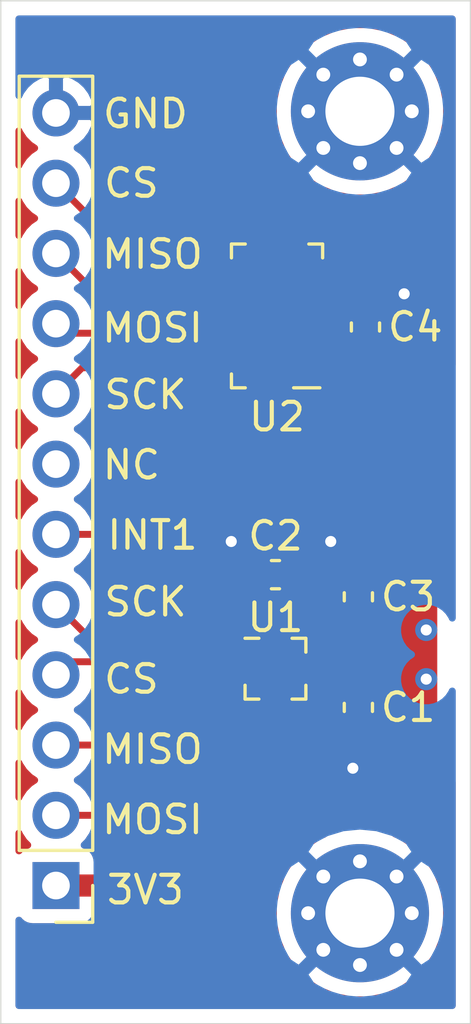
<source format=kicad_pcb>
(kicad_pcb (version 20171130) (host pcbnew "(5.1.6)-1")

  (general
    (thickness 1.6)
    (drawings 16)
    (tracks 66)
    (zones 0)
    (modules 9)
    (nets 12)
  )

  (page A4)
  (layers
    (0 F.Cu signal)
    (31 B.Cu power)
    (32 B.Adhes user)
    (33 F.Adhes user)
    (34 B.Paste user)
    (35 F.Paste user)
    (36 B.SilkS user)
    (37 F.SilkS user)
    (38 B.Mask user)
    (39 F.Mask user)
    (40 Dwgs.User user)
    (41 Cmts.User user)
    (42 Eco1.User user)
    (43 Eco2.User user)
    (44 Edge.Cuts user)
    (45 Margin user)
    (46 B.CrtYd user)
    (47 F.CrtYd user)
    (48 B.Fab user)
    (49 F.Fab user hide)
  )

  (setup
    (last_trace_width 0.8)
    (user_trace_width 0.8)
    (trace_clearance 0.2)
    (zone_clearance 0.508)
    (zone_45_only no)
    (trace_min 0.2)
    (via_size 0.8)
    (via_drill 0.4)
    (via_min_size 0.4)
    (via_min_drill 0.3)
    (uvia_size 0.3)
    (uvia_drill 0.1)
    (uvias_allowed no)
    (uvia_min_size 0.2)
    (uvia_min_drill 0.1)
    (edge_width 0.05)
    (segment_width 0.2)
    (pcb_text_width 0.3)
    (pcb_text_size 1.5 1.5)
    (mod_edge_width 0.12)
    (mod_text_size 1 1)
    (mod_text_width 0.15)
    (pad_size 1.524 1.524)
    (pad_drill 0.762)
    (pad_to_mask_clearance 0.05)
    (aux_axis_origin 0 0)
    (visible_elements 7FFFFFFF)
    (pcbplotparams
      (layerselection 0x010fc_ffffffff)
      (usegerberextensions false)
      (usegerberattributes true)
      (usegerberadvancedattributes true)
      (creategerberjobfile true)
      (excludeedgelayer true)
      (linewidth 0.100000)
      (plotframeref false)
      (viasonmask false)
      (mode 1)
      (useauxorigin false)
      (hpglpennumber 1)
      (hpglpenspeed 20)
      (hpglpendiameter 15.000000)
      (psnegative false)
      (psa4output false)
      (plotreference true)
      (plotvalue true)
      (plotinvisibletext false)
      (padsonsilk false)
      (subtractmaskfromsilk false)
      (outputformat 1)
      (mirror false)
      (drillshape 1)
      (scaleselection 1)
      (outputdirectory ""))
  )

  (net 0 "")
  (net 1 GND)
  (net 2 +3V3)
  (net 3 INT1)
  (net 4 ACC_SCK)
  (net 5 ACC_MISO)
  (net 6 ACC_MOSI)
  (net 7 ACC_CS)
  (net 8 BAR_CS)
  (net 9 BAR_SCK)
  (net 10 BAR_MOSI)
  (net 11 BAR_MISO)

  (net_class Default "This is the default net class."
    (clearance 0.2)
    (trace_width 0.25)
    (via_dia 0.8)
    (via_drill 0.4)
    (uvia_dia 0.3)
    (uvia_drill 0.1)
    (add_net +3V3)
    (add_net ACC_CS)
    (add_net ACC_MISO)
    (add_net ACC_MOSI)
    (add_net ACC_SCK)
    (add_net BAR_CS)
    (add_net BAR_MISO)
    (add_net BAR_MOSI)
    (add_net BAR_SCK)
    (add_net GND)
    (add_net INT1)
  )

  (module Connector_PinHeader_2.54mm:PinHeader_1x12_P2.54mm_Vertical (layer F.Cu) (tedit 59FED5CC) (tstamp 621C9035)
    (at 123 105 180)
    (descr "Through hole straight pin header, 1x12, 2.54mm pitch, single row")
    (tags "Through hole pin header THT 1x12 2.54mm single row")
    (path /621C38AD)
    (fp_text reference J1 (at 0 -2.33) (layer F.Fab)
      (effects (font (size 1 1) (thickness 0.15)))
    )
    (fp_text value Conn_01x12 (at 0 30.27) (layer F.Fab)
      (effects (font (size 1 1) (thickness 0.15)))
    )
    (fp_text user %R (at 0 13.97 90) (layer F.Fab)
      (effects (font (size 1 1) (thickness 0.15)))
    )
    (fp_line (start -0.635 -1.27) (end 1.27 -1.27) (layer F.Fab) (width 0.1))
    (fp_line (start 1.27 -1.27) (end 1.27 29.21) (layer F.Fab) (width 0.1))
    (fp_line (start 1.27 29.21) (end -1.27 29.21) (layer F.Fab) (width 0.1))
    (fp_line (start -1.27 29.21) (end -1.27 -0.635) (layer F.Fab) (width 0.1))
    (fp_line (start -1.27 -0.635) (end -0.635 -1.27) (layer F.Fab) (width 0.1))
    (fp_line (start -1.33 29.27) (end 1.33 29.27) (layer F.SilkS) (width 0.12))
    (fp_line (start -1.33 1.27) (end -1.33 29.27) (layer F.SilkS) (width 0.12))
    (fp_line (start 1.33 1.27) (end 1.33 29.27) (layer F.SilkS) (width 0.12))
    (fp_line (start -1.33 1.27) (end 1.33 1.27) (layer F.SilkS) (width 0.12))
    (fp_line (start -1.33 0) (end -1.33 -1.33) (layer F.SilkS) (width 0.12))
    (fp_line (start -1.33 -1.33) (end 0 -1.33) (layer F.SilkS) (width 0.12))
    (fp_line (start -1.8 -1.8) (end -1.8 29.75) (layer F.CrtYd) (width 0.05))
    (fp_line (start -1.8 29.75) (end 1.8 29.75) (layer F.CrtYd) (width 0.05))
    (fp_line (start 1.8 29.75) (end 1.8 -1.8) (layer F.CrtYd) (width 0.05))
    (fp_line (start 1.8 -1.8) (end -1.8 -1.8) (layer F.CrtYd) (width 0.05))
    (pad 12 thru_hole oval (at 0 27.94 180) (size 1.7 1.7) (drill 1) (layers *.Cu *.Mask)
      (net 1 GND))
    (pad 11 thru_hole oval (at 0 25.4 180) (size 1.7 1.7) (drill 1) (layers *.Cu *.Mask)
      (net 8 BAR_CS))
    (pad 10 thru_hole oval (at 0 22.86 180) (size 1.7 1.7) (drill 1) (layers *.Cu *.Mask)
      (net 11 BAR_MISO))
    (pad 9 thru_hole oval (at 0 20.32 180) (size 1.7 1.7) (drill 1) (layers *.Cu *.Mask)
      (net 10 BAR_MOSI))
    (pad 8 thru_hole oval (at 0 17.78 180) (size 1.7 1.7) (drill 1) (layers *.Cu *.Mask)
      (net 9 BAR_SCK))
    (pad 7 thru_hole oval (at 0 15.24 180) (size 1.7 1.7) (drill 1) (layers *.Cu *.Mask))
    (pad 6 thru_hole oval (at 0 12.7 180) (size 1.7 1.7) (drill 1) (layers *.Cu *.Mask)
      (net 3 INT1))
    (pad 5 thru_hole oval (at 0 10.16 180) (size 1.7 1.7) (drill 1) (layers *.Cu *.Mask)
      (net 4 ACC_SCK))
    (pad 4 thru_hole oval (at 0 7.62 180) (size 1.7 1.7) (drill 1) (layers *.Cu *.Mask)
      (net 7 ACC_CS))
    (pad 3 thru_hole oval (at 0 5.08 180) (size 1.7 1.7) (drill 1) (layers *.Cu *.Mask)
      (net 5 ACC_MISO))
    (pad 2 thru_hole oval (at 0 2.54 180) (size 1.7 1.7) (drill 1) (layers *.Cu *.Mask)
      (net 6 ACC_MOSI))
    (pad 1 thru_hole rect (at 0 0 180) (size 1.7 1.7) (drill 1) (layers *.Cu *.Mask)
      (net 2 +3V3))
    (model ${KISYS3DMOD}/Connector_PinHeader_2.54mm.3dshapes/PinHeader_1x12_P2.54mm_Vertical.wrl
      (at (xyz 0 0 0))
      (scale (xyz 1 1 1))
      (rotate (xyz 0 0 0))
    )
  )

  (module MountingHole:MountingHole_2.5mm_Pad_Via (layer F.Cu) (tedit 56DDBAEA) (tstamp 6215C09D)
    (at 134 77)
    (descr "Mounting Hole 2.5mm")
    (tags "mounting hole 2.5mm")
    (path /62165E31)
    (attr virtual)
    (fp_text reference H2 (at 0 -3.5) (layer F.Fab)
      (effects (font (size 1 1) (thickness 0.15)))
    )
    (fp_text value MountingHole_Pad (at 0 3.5) (layer F.Fab)
      (effects (font (size 1 1) (thickness 0.15)))
    )
    (fp_circle (center 0 0) (end 2.75 0) (layer F.CrtYd) (width 0.05))
    (fp_circle (center 0 0) (end 2.5 0) (layer Cmts.User) (width 0.15))
    (fp_text user %R (at 0.3 0) (layer F.Fab)
      (effects (font (size 1 1) (thickness 0.15)))
    )
    (pad 1 thru_hole circle (at 1.325825 -1.325825) (size 0.8 0.8) (drill 0.5) (layers *.Cu *.Mask)
      (net 1 GND))
    (pad 1 thru_hole circle (at 0 -1.875) (size 0.8 0.8) (drill 0.5) (layers *.Cu *.Mask)
      (net 1 GND))
    (pad 1 thru_hole circle (at -1.325825 -1.325825) (size 0.8 0.8) (drill 0.5) (layers *.Cu *.Mask)
      (net 1 GND))
    (pad 1 thru_hole circle (at -1.875 0) (size 0.8 0.8) (drill 0.5) (layers *.Cu *.Mask)
      (net 1 GND))
    (pad 1 thru_hole circle (at -1.325825 1.325825) (size 0.8 0.8) (drill 0.5) (layers *.Cu *.Mask)
      (net 1 GND))
    (pad 1 thru_hole circle (at 0 1.875) (size 0.8 0.8) (drill 0.5) (layers *.Cu *.Mask)
      (net 1 GND))
    (pad 1 thru_hole circle (at 1.325825 1.325825) (size 0.8 0.8) (drill 0.5) (layers *.Cu *.Mask)
      (net 1 GND))
    (pad 1 thru_hole circle (at 1.875 0) (size 0.8 0.8) (drill 0.5) (layers *.Cu *.Mask)
      (net 1 GND))
    (pad 1 thru_hole circle (at 0 0) (size 5 5) (drill 2.5) (layers *.Cu *.Mask)
      (net 1 GND))
  )

  (module MountingHole:MountingHole_2.5mm_Pad_Via (layer F.Cu) (tedit 56DDBAEA) (tstamp 6215C08D)
    (at 134 106)
    (descr "Mounting Hole 2.5mm")
    (tags "mounting hole 2.5mm")
    (path /621653B9)
    (attr virtual)
    (fp_text reference H1 (at 0 -3.5) (layer F.Fab)
      (effects (font (size 1 1) (thickness 0.15)))
    )
    (fp_text value MountingHole_Pad (at 0 3.5) (layer F.Fab)
      (effects (font (size 1 1) (thickness 0.15)))
    )
    (fp_circle (center 0 0) (end 2.75 0) (layer F.CrtYd) (width 0.05))
    (fp_circle (center 0 0) (end 2.5 0) (layer Cmts.User) (width 0.15))
    (fp_text user %R (at 0.3 0) (layer F.Fab)
      (effects (font (size 1 1) (thickness 0.15)))
    )
    (pad 1 thru_hole circle (at 1.325825 -1.325825) (size 0.8 0.8) (drill 0.5) (layers *.Cu *.Mask)
      (net 1 GND))
    (pad 1 thru_hole circle (at 0 -1.875) (size 0.8 0.8) (drill 0.5) (layers *.Cu *.Mask)
      (net 1 GND))
    (pad 1 thru_hole circle (at -1.325825 -1.325825) (size 0.8 0.8) (drill 0.5) (layers *.Cu *.Mask)
      (net 1 GND))
    (pad 1 thru_hole circle (at -1.875 0) (size 0.8 0.8) (drill 0.5) (layers *.Cu *.Mask)
      (net 1 GND))
    (pad 1 thru_hole circle (at -1.325825 1.325825) (size 0.8 0.8) (drill 0.5) (layers *.Cu *.Mask)
      (net 1 GND))
    (pad 1 thru_hole circle (at 0 1.875) (size 0.8 0.8) (drill 0.5) (layers *.Cu *.Mask)
      (net 1 GND))
    (pad 1 thru_hole circle (at 1.325825 1.325825) (size 0.8 0.8) (drill 0.5) (layers *.Cu *.Mask)
      (net 1 GND))
    (pad 1 thru_hole circle (at 1.875 0) (size 0.8 0.8) (drill 0.5) (layers *.Cu *.Mask)
      (net 1 GND))
    (pad 1 thru_hole circle (at 0 0) (size 5 5) (drill 2.5) (layers *.Cu *.Mask)
      (net 1 GND))
  )

  (module Package_LGA:LGA-12_2x2mm_P0.5mm (layer F.Cu) (tedit 5A0AAFFD) (tstamp 62155C68)
    (at 130.943 97.158)
    (descr LGA12)
    (tags "lga land grid array")
    (path /6215D99D)
    (attr smd)
    (fp_text reference U1 (at 0 -1.85) (layer F.SilkS)
      (effects (font (size 1 1) (thickness 0.15)))
    )
    (fp_text value LIS2DE12 (at 0 1.6) (layer F.Fab)
      (effects (font (size 1 1) (thickness 0.15)))
    )
    (fp_line (start -1.25 -1.25) (end 1.25 -1.25) (layer F.CrtYd) (width 0.05))
    (fp_line (start -1.25 1.25) (end -1.25 -1.25) (layer F.CrtYd) (width 0.05))
    (fp_line (start 1.25 1.25) (end -1.25 1.25) (layer F.CrtYd) (width 0.05))
    (fp_line (start 1.25 -1.25) (end 1.25 1.25) (layer F.CrtYd) (width 0.05))
    (fp_line (start -1.1 -1.1) (end -1.1 -1.1) (layer F.SilkS) (width 0.12))
    (fp_line (start -0.6 -1.1) (end -1.1 -1.1) (layer F.SilkS) (width 0.12))
    (fp_line (start -1.1 0.6) (end -1.1 0.6) (layer F.SilkS) (width 0.12))
    (fp_line (start -1.1 1.1) (end -1.1 0.6) (layer F.SilkS) (width 0.12))
    (fp_line (start -0.6 1.1) (end -1.1 1.1) (layer F.SilkS) (width 0.12))
    (fp_line (start 0.6 1.1) (end 0.6 1.1) (layer F.SilkS) (width 0.12))
    (fp_line (start 1.1 1.1) (end 0.6 1.1) (layer F.SilkS) (width 0.12))
    (fp_line (start 1.1 0.6) (end 1.1 1.1) (layer F.SilkS) (width 0.12))
    (fp_line (start 1.1 -0.6) (end 1.1 -0.6) (layer F.SilkS) (width 0.12))
    (fp_line (start 1.1 -1.1) (end 1.1 -0.6) (layer F.SilkS) (width 0.12))
    (fp_line (start 0.6 -1.1) (end 1.1 -1.1) (layer F.SilkS) (width 0.12))
    (fp_line (start -0.5 -1) (end 1 -1) (layer F.Fab) (width 0.1))
    (fp_line (start -1 -0.5) (end -0.5 -1) (layer F.Fab) (width 0.1))
    (fp_line (start -1 1) (end -1 -0.5) (layer F.Fab) (width 0.1))
    (fp_line (start 1 1) (end -1 1) (layer F.Fab) (width 0.1))
    (fp_line (start 1 -1) (end 1 1) (layer F.Fab) (width 0.1))
    (fp_text user %R (at 0 0) (layer F.Fab)
      (effects (font (size 0.5 0.5) (thickness 0.075)))
    )
    (pad 12 smd rect (at -0.25 -0.7625 90) (size 0.375 0.35) (layers F.Cu F.Paste F.Mask)
      (net 3 INT1))
    (pad 11 smd rect (at 0.25 -0.7625 90) (size 0.375 0.35) (layers F.Cu F.Paste F.Mask))
    (pad 6 smd rect (at 0.25 0.7625 90) (size 0.375 0.35) (layers F.Cu F.Paste F.Mask)
      (net 1 GND))
    (pad 5 smd rect (at -0.25 0.7625 90) (size 0.375 0.35) (layers F.Cu F.Paste F.Mask)
      (net 1 GND))
    (pad 10 smd rect (at 0.7625 -0.75) (size 0.375 0.35) (layers F.Cu F.Paste F.Mask)
      (net 2 +3V3))
    (pad 1 smd rect (at -0.7625 -0.75) (size 0.375 0.35) (layers F.Cu F.Paste F.Mask)
      (net 4 ACC_SCK))
    (pad 7 smd rect (at 0.7625 0.75) (size 0.375 0.35) (layers F.Cu F.Paste F.Mask)
      (net 1 GND))
    (pad 4 smd rect (at -0.7625 0.75) (size 0.375 0.35) (layers F.Cu F.Paste F.Mask)
      (net 6 ACC_MOSI))
    (pad 8 smd rect (at 0.7625 0.25) (size 0.375 0.35) (layers F.Cu F.Paste F.Mask)
      (net 1 GND))
    (pad 9 smd rect (at 0.7625 -0.25) (size 0.375 0.35) (layers F.Cu F.Paste F.Mask)
      (net 2 +3V3))
    (pad 3 smd rect (at -0.7625 0.25) (size 0.375 0.35) (layers F.Cu F.Paste F.Mask)
      (net 5 ACC_MISO))
    (pad 2 smd rect (at -0.7625 -0.25) (size 0.375 0.35) (layers F.Cu F.Paste F.Mask)
      (net 7 ACC_CS))
    (model ${KISYS3DMOD}/Package_LGA.3dshapes/LGA-12_2x2mm_P0.5mm.wrl
      (at (xyz 0 0 0))
      (scale (xyz 1 1 1))
      (rotate (xyz 0 0 0))
    )
  )

  (module Package_LGA:LGA-8_3x5mm_P1.25mm (layer F.Cu) (tedit 5A02F217) (tstamp 6211ED63)
    (at 131 84.4 180)
    (descr LGA-8)
    (tags "lga land grid array")
    (path /6212F52A)
    (attr smd)
    (fp_text reference U2 (at 0 -3.65) (layer F.SilkS)
      (effects (font (size 1 1) (thickness 0.15)))
    )
    (fp_text value MS5607-02BA (at 0 3.65) (layer F.Fab)
      (effects (font (size 1 1) (thickness 0.15)))
    )
    (fp_line (start 1.5 -2.5) (end 1.5 2.5) (layer F.Fab) (width 0.1))
    (fp_line (start 1.5 2.5) (end -1.5 2.5) (layer F.Fab) (width 0.1))
    (fp_line (start -1.5 2.5) (end -1.5 -1.75) (layer F.Fab) (width 0.1))
    (fp_line (start -1.5 -1.75) (end -0.75 -2.5) (layer F.Fab) (width 0.1))
    (fp_line (start -0.75 -2.5) (end 1.5 -2.5) (layer F.Fab) (width 0.1))
    (fp_line (start 1.15 -2.6) (end 1.65 -2.6) (layer F.SilkS) (width 0.12))
    (fp_line (start 1.65 -2.6) (end 1.65 -2.1) (layer F.SilkS) (width 0.12))
    (fp_line (start 1.65 2.1) (end 1.65 2.6) (layer F.SilkS) (width 0.12))
    (fp_line (start 1.65 2.6) (end 1.15 2.6) (layer F.SilkS) (width 0.12))
    (fp_line (start -1.15 2.6) (end -1.65 2.6) (layer F.SilkS) (width 0.12))
    (fp_line (start -1.65 2.6) (end -1.65 2.1) (layer F.SilkS) (width 0.12))
    (fp_line (start -1.55 -2.6) (end -0.6 -2.6) (layer F.SilkS) (width 0.12))
    (fp_line (start -1.8 -2.75) (end 1.8 -2.75) (layer F.CrtYd) (width 0.05))
    (fp_line (start -1.8 -2.75) (end -1.8 2.75) (layer F.CrtYd) (width 0.05))
    (fp_line (start 1.8 2.75) (end 1.8 -2.75) (layer F.CrtYd) (width 0.05))
    (fp_line (start 1.8 2.75) (end -1.8 2.75) (layer F.CrtYd) (width 0.05))
    (fp_text user %R (at 0 0) (layer F.Fab)
      (effects (font (size 0.5 0.5) (thickness 0.075)))
    )
    (pad 5 smd rect (at 1.075 1.875 180) (size 0.95 0.55) (layers F.Cu F.Paste F.Mask)
      (net 8 BAR_CS))
    (pad 6 smd rect (at 1.075 0.625 180) (size 0.95 0.55) (layers F.Cu F.Paste F.Mask)
      (net 11 BAR_MISO))
    (pad 7 smd rect (at 1.075 -0.625 180) (size 0.95 0.55) (layers F.Cu F.Paste F.Mask)
      (net 10 BAR_MOSI))
    (pad 8 smd rect (at 1.075 -1.875 180) (size 0.95 0.55) (layers F.Cu F.Paste F.Mask)
      (net 9 BAR_SCK))
    (pad 3 smd rect (at -1.075 0.625 180) (size 0.95 0.55) (layers F.Cu F.Paste F.Mask)
      (net 1 GND))
    (pad 2 smd rect (at -1.075 -0.625 180) (size 0.95 0.55) (layers F.Cu F.Paste F.Mask)
      (net 1 GND))
    (pad 1 smd rect (at -1.075 -1.875 180) (size 0.95 0.55) (layers F.Cu F.Paste F.Mask)
      (net 2 +3V3))
    (pad 4 smd rect (at -1.075 1.875 180) (size 0.95 0.55) (layers F.Cu F.Paste F.Mask)
      (net 8 BAR_CS))
    (model ${KISYS3DMOD}/Package_LGA.3dshapes/LGA-8_3x5mm_P1.25mm.wrl
      (at (xyz 0 0 0))
      (scale (xyz 1 1 1))
      (rotate (xyz 0 0 0))
    )
  )

  (module Capacitor_SMD:C_0603_1608Metric_Pad1.08x0.95mm_HandSolder (layer F.Cu) (tedit 5F68FEEF) (tstamp 6211ECDA)
    (at 134.2 84.8 90)
    (descr "Capacitor SMD 0603 (1608 Metric), square (rectangular) end terminal, IPC_7351 nominal with elongated pad for handsoldering. (Body size source: IPC-SM-782 page 76, https://www.pcb-3d.com/wordpress/wp-content/uploads/ipc-sm-782a_amendment_1_and_2.pdf), generated with kicad-footprint-generator")
    (tags "capacitor handsolder")
    (path /6213AB28)
    (attr smd)
    (fp_text reference C4 (at 0 1.8 180) (layer F.SilkS)
      (effects (font (size 1 1) (thickness 0.15)))
    )
    (fp_text value 100n (at 0 1.43 90) (layer F.Fab)
      (effects (font (size 1 1) (thickness 0.15)))
    )
    (fp_line (start -0.8 0.4) (end -0.8 -0.4) (layer F.Fab) (width 0.1))
    (fp_line (start -0.8 -0.4) (end 0.8 -0.4) (layer F.Fab) (width 0.1))
    (fp_line (start 0.8 -0.4) (end 0.8 0.4) (layer F.Fab) (width 0.1))
    (fp_line (start 0.8 0.4) (end -0.8 0.4) (layer F.Fab) (width 0.1))
    (fp_line (start -0.146267 -0.51) (end 0.146267 -0.51) (layer F.SilkS) (width 0.12))
    (fp_line (start -0.146267 0.51) (end 0.146267 0.51) (layer F.SilkS) (width 0.12))
    (fp_line (start -1.65 0.73) (end -1.65 -0.73) (layer F.CrtYd) (width 0.05))
    (fp_line (start -1.65 -0.73) (end 1.65 -0.73) (layer F.CrtYd) (width 0.05))
    (fp_line (start 1.65 -0.73) (end 1.65 0.73) (layer F.CrtYd) (width 0.05))
    (fp_line (start 1.65 0.73) (end -1.65 0.73) (layer F.CrtYd) (width 0.05))
    (fp_text user %R (at 0 0 90) (layer F.Fab)
      (effects (font (size 0.4 0.4) (thickness 0.06)))
    )
    (pad 2 smd roundrect (at 0.8625 0 90) (size 1.075 0.95) (layers F.Cu F.Paste F.Mask) (roundrect_rratio 0.25)
      (net 1 GND))
    (pad 1 smd roundrect (at -0.8625 0 90) (size 1.075 0.95) (layers F.Cu F.Paste F.Mask) (roundrect_rratio 0.25)
      (net 2 +3V3))
    (model ${KISYS3DMOD}/Capacitor_SMD.3dshapes/C_0603_1608Metric.wrl
      (at (xyz 0 0 0))
      (scale (xyz 1 1 1))
      (rotate (xyz 0 0 0))
    )
  )

  (module Capacitor_SMD:C_0603_1608Metric_Pad1.08x0.95mm_HandSolder (layer F.Cu) (tedit 5F68FEEF) (tstamp 6211ECC9)
    (at 133.943 94.558 90)
    (descr "Capacitor SMD 0603 (1608 Metric), square (rectangular) end terminal, IPC_7351 nominal with elongated pad for handsoldering. (Body size source: IPC-SM-782 page 76, https://www.pcb-3d.com/wordpress/wp-content/uploads/ipc-sm-782a_amendment_1_and_2.pdf), generated with kicad-footprint-generator")
    (tags "capacitor handsolder")
    (path /62120F04)
    (attr smd)
    (fp_text reference C3 (at 0 1.8 180) (layer F.SilkS)
      (effects (font (size 1 1) (thickness 0.15)))
    )
    (fp_text value 100n (at 0 1.43 90) (layer F.Fab)
      (effects (font (size 1 1) (thickness 0.15)))
    )
    (fp_line (start -0.8 0.4) (end -0.8 -0.4) (layer F.Fab) (width 0.1))
    (fp_line (start -0.8 -0.4) (end 0.8 -0.4) (layer F.Fab) (width 0.1))
    (fp_line (start 0.8 -0.4) (end 0.8 0.4) (layer F.Fab) (width 0.1))
    (fp_line (start 0.8 0.4) (end -0.8 0.4) (layer F.Fab) (width 0.1))
    (fp_line (start -0.146267 -0.51) (end 0.146267 -0.51) (layer F.SilkS) (width 0.12))
    (fp_line (start -0.146267 0.51) (end 0.146267 0.51) (layer F.SilkS) (width 0.12))
    (fp_line (start -1.65 0.73) (end -1.65 -0.73) (layer F.CrtYd) (width 0.05))
    (fp_line (start -1.65 -0.73) (end 1.65 -0.73) (layer F.CrtYd) (width 0.05))
    (fp_line (start 1.65 -0.73) (end 1.65 0.73) (layer F.CrtYd) (width 0.05))
    (fp_line (start 1.65 0.73) (end -1.65 0.73) (layer F.CrtYd) (width 0.05))
    (fp_text user %R (at 0 0 90) (layer F.Fab)
      (effects (font (size 0.4 0.4) (thickness 0.06)))
    )
    (pad 2 smd roundrect (at 0.8625 0 90) (size 1.075 0.95) (layers F.Cu F.Paste F.Mask) (roundrect_rratio 0.25)
      (net 1 GND))
    (pad 1 smd roundrect (at -0.8625 0 90) (size 1.075 0.95) (layers F.Cu F.Paste F.Mask) (roundrect_rratio 0.25)
      (net 2 +3V3))
    (model ${KISYS3DMOD}/Capacitor_SMD.3dshapes/C_0603_1608Metric.wrl
      (at (xyz 0 0 0))
      (scale (xyz 1 1 1))
      (rotate (xyz 0 0 0))
    )
  )

  (module Capacitor_SMD:C_0603_1608Metric_Pad1.08x0.95mm_HandSolder (layer F.Cu) (tedit 5F68FEEF) (tstamp 6211ECB8)
    (at 130.943 93.758 180)
    (descr "Capacitor SMD 0603 (1608 Metric), square (rectangular) end terminal, IPC_7351 nominal with elongated pad for handsoldering. (Body size source: IPC-SM-782 page 76, https://www.pcb-3d.com/wordpress/wp-content/uploads/ipc-sm-782a_amendment_1_and_2.pdf), generated with kicad-footprint-generator")
    (tags "capacitor handsolder")
    (path /62120394)
    (attr smd)
    (fp_text reference C2 (at 0 1.4) (layer F.SilkS)
      (effects (font (size 1 1) (thickness 0.15)))
    )
    (fp_text value 100n (at 0 1.43) (layer F.Fab)
      (effects (font (size 1 1) (thickness 0.15)))
    )
    (fp_line (start -0.8 0.4) (end -0.8 -0.4) (layer F.Fab) (width 0.1))
    (fp_line (start -0.8 -0.4) (end 0.8 -0.4) (layer F.Fab) (width 0.1))
    (fp_line (start 0.8 -0.4) (end 0.8 0.4) (layer F.Fab) (width 0.1))
    (fp_line (start 0.8 0.4) (end -0.8 0.4) (layer F.Fab) (width 0.1))
    (fp_line (start -0.146267 -0.51) (end 0.146267 -0.51) (layer F.SilkS) (width 0.12))
    (fp_line (start -0.146267 0.51) (end 0.146267 0.51) (layer F.SilkS) (width 0.12))
    (fp_line (start -1.65 0.73) (end -1.65 -0.73) (layer F.CrtYd) (width 0.05))
    (fp_line (start -1.65 -0.73) (end 1.65 -0.73) (layer F.CrtYd) (width 0.05))
    (fp_line (start 1.65 -0.73) (end 1.65 0.73) (layer F.CrtYd) (width 0.05))
    (fp_line (start 1.65 0.73) (end -1.65 0.73) (layer F.CrtYd) (width 0.05))
    (fp_text user %R (at 0 0) (layer F.Fab)
      (effects (font (size 0.4 0.4) (thickness 0.06)))
    )
    (pad 2 smd roundrect (at 0.8625 0 180) (size 1.075 0.95) (layers F.Cu F.Paste F.Mask) (roundrect_rratio 0.25)
      (net 1 GND))
    (pad 1 smd roundrect (at -0.8625 0 180) (size 1.075 0.95) (layers F.Cu F.Paste F.Mask) (roundrect_rratio 0.25)
      (net 2 +3V3))
    (model ${KISYS3DMOD}/Capacitor_SMD.3dshapes/C_0603_1608Metric.wrl
      (at (xyz 0 0 0))
      (scale (xyz 1 1 1))
      (rotate (xyz 0 0 0))
    )
  )

  (module Capacitor_SMD:C_0603_1608Metric_Pad1.08x0.95mm_HandSolder (layer F.Cu) (tedit 5F68FEEF) (tstamp 6211ECA7)
    (at 133.943 98.558 270)
    (descr "Capacitor SMD 0603 (1608 Metric), square (rectangular) end terminal, IPC_7351 nominal with elongated pad for handsoldering. (Body size source: IPC-SM-782 page 76, https://www.pcb-3d.com/wordpress/wp-content/uploads/ipc-sm-782a_amendment_1_and_2.pdf), generated with kicad-footprint-generator")
    (tags "capacitor handsolder")
    (path /6211E8F8)
    (attr smd)
    (fp_text reference C1 (at 0 -1.8 180) (layer F.SilkS)
      (effects (font (size 1 1) (thickness 0.15)))
    )
    (fp_text value 10u (at 0 1.43 90) (layer F.Fab)
      (effects (font (size 1 1) (thickness 0.15)))
    )
    (fp_line (start -0.8 0.4) (end -0.8 -0.4) (layer F.Fab) (width 0.1))
    (fp_line (start -0.8 -0.4) (end 0.8 -0.4) (layer F.Fab) (width 0.1))
    (fp_line (start 0.8 -0.4) (end 0.8 0.4) (layer F.Fab) (width 0.1))
    (fp_line (start 0.8 0.4) (end -0.8 0.4) (layer F.Fab) (width 0.1))
    (fp_line (start -0.146267 -0.51) (end 0.146267 -0.51) (layer F.SilkS) (width 0.12))
    (fp_line (start -0.146267 0.51) (end 0.146267 0.51) (layer F.SilkS) (width 0.12))
    (fp_line (start -1.65 0.73) (end -1.65 -0.73) (layer F.CrtYd) (width 0.05))
    (fp_line (start -1.65 -0.73) (end 1.65 -0.73) (layer F.CrtYd) (width 0.05))
    (fp_line (start 1.65 -0.73) (end 1.65 0.73) (layer F.CrtYd) (width 0.05))
    (fp_line (start 1.65 0.73) (end -1.65 0.73) (layer F.CrtYd) (width 0.05))
    (fp_text user %R (at 0 0 90) (layer F.Fab)
      (effects (font (size 0.4 0.4) (thickness 0.06)))
    )
    (pad 2 smd roundrect (at 0.8625 0 270) (size 1.075 0.95) (layers F.Cu F.Paste F.Mask) (roundrect_rratio 0.25)
      (net 1 GND))
    (pad 1 smd roundrect (at -0.8625 0 270) (size 1.075 0.95) (layers F.Cu F.Paste F.Mask) (roundrect_rratio 0.25)
      (net 2 +3V3))
    (model ${KISYS3DMOD}/Capacitor_SMD.3dshapes/C_0603_1608Metric.wrl
      (at (xyz 0 0 0))
      (scale (xyz 1 1 1))
      (rotate (xyz 0 0 0))
    )
  )

  (gr_text NC (at 125.73 89.789) (layer F.SilkS) (tstamp 621C94D7)
    (effects (font (size 1 1) (thickness 0.15)))
  )
  (gr_text 3V3 (at 126.238 105.156) (layer F.SilkS) (tstamp 62155986)
    (effects (font (size 1 1) (thickness 0.15)))
  )
  (gr_text MOSI (at 126.492 84.836) (layer F.SilkS) (tstamp 621559A1)
    (effects (font (size 1 1) (thickness 0.15)))
  )
  (gr_line (start 138 73) (end 121 73) (layer Edge.Cuts) (width 0.05) (tstamp 6215BDFA))
  (gr_line (start 138 110) (end 138 73) (layer Edge.Cuts) (width 0.05))
  (gr_line (start 121 110) (end 138 110) (layer Edge.Cuts) (width 0.05))
  (gr_line (start 121 73) (end 121 110) (layer Edge.Cuts) (width 0.05))
  (gr_text MISO (at 126.492 82.169) (layer F.SilkS) (tstamp 6215599E)
    (effects (font (size 1 1) (thickness 0.15)))
  )
  (gr_text CS (at 125.73 79.6) (layer F.SilkS) (tstamp 6215599B)
    (effects (font (size 1 1) (thickness 0.15)))
  )
  (gr_text SCK (at 126.238 87.249) (layer F.SilkS) (tstamp 62155997)
    (effects (font (size 1 1) (thickness 0.15)))
  )
  (gr_text GND (at 126.238 77.089) (layer F.SilkS) (tstamp 62155986)
    (effects (font (size 1 1) (thickness 0.15)))
  )
  (gr_text MOSI (at 126.492 102.616) (layer F.SilkS) (tstamp 62155519)
    (effects (font (size 1 1) (thickness 0.15)))
  )
  (gr_text MISO (at 126.492 100.076) (layer F.SilkS) (tstamp 62155519)
    (effects (font (size 1 1) (thickness 0.15)))
  )
  (gr_text CS (at 125.73 97.536) (layer F.SilkS) (tstamp 62155519)
    (effects (font (size 1 1) (thickness 0.15)))
  )
  (gr_text SCK (at 126.238 94.742) (layer F.SilkS) (tstamp 62155510)
    (effects (font (size 1 1) (thickness 0.15)))
  )
  (gr_text INT1 (at 126.492 92.329) (layer F.SilkS)
    (effects (font (size 1 1) (thickness 0.15)))
  )

  (segment (start 132.075 85.025) (end 132.075 83.775) (width 0.25) (layer F.Cu) (net 1))
  (segment (start 134.0375 83.775) (end 134.2 83.9375) (width 0.25) (layer F.Cu) (net 1))
  (segment (start 132.075 83.775) (end 134.0375 83.775) (width 0.25) (layer F.Cu) (net 1))
  (segment (start 134.2 83.9375) (end 135.2625 83.9375) (width 0.25) (layer F.Cu) (net 1))
  (via (at 135.6 83.6) (size 0.8) (drill 0.4) (layers F.Cu B.Cu) (net 1))
  (segment (start 135.2625 83.9375) (end 135.6 83.6) (width 0.25) (layer F.Cu) (net 1))
  (segment (start 131.693 97.9205) (end 131.7055 97.908) (width 0.25) (layer F.Cu) (net 1))
  (segment (start 130.693 97.9205) (end 131.693 97.9205) (width 0.25) (layer F.Cu) (net 1))
  (segment (start 131.7055 97.408) (end 131.7055 97.908) (width 0.25) (layer F.Cu) (net 1))
  (segment (start 133.218 99.4205) (end 131.7055 97.908) (width 0.25) (layer F.Cu) (net 1))
  (segment (start 133.943 99.4205) (end 133.218 99.4205) (width 0.25) (layer F.Cu) (net 1))
  (via (at 129.343 92.558) (size 0.8) (drill 0.4) (layers F.Cu B.Cu) (net 1))
  (segment (start 130.0805 93.758) (end 130.0805 93.2955) (width 0.25) (layer F.Cu) (net 1))
  (segment (start 130.0805 93.2955) (end 129.343 92.558) (width 0.25) (layer F.Cu) (net 1))
  (via (at 132.943 92.558) (size 0.8) (drill 0.4) (layers F.Cu B.Cu) (net 1))
  (segment (start 133.943 93.6955) (end 133.943 93.558) (width 0.25) (layer F.Cu) (net 1))
  (segment (start 133.943 93.558) (end 132.943 92.558) (width 0.25) (layer F.Cu) (net 1))
  (segment (start 133.943 99.4205) (end 133.943 100.558) (width 0.25) (layer F.Cu) (net 1))
  (via (at 133.743 100.758) (size 0.8) (drill 0.4) (layers F.Cu B.Cu) (net 1))
  (segment (start 133.943 100.558) (end 133.743 100.758) (width 0.25) (layer F.Cu) (net 1))
  (segment (start 133.5875 86.275) (end 134.2 85.6625) (width 0.25) (layer F.Cu) (net 2))
  (segment (start 132.075 86.275) (end 133.5875 86.275) (width 0.25) (layer F.Cu) (net 2))
  (segment (start 135.4625 85.6625) (end 135.6 85.8) (width 0.25) (layer F.Cu) (net 2))
  (segment (start 132.693 95.4205) (end 131.7055 96.408) (width 0.25) (layer F.Cu) (net 2))
  (segment (start 133.943 95.4205) (end 132.693 95.4205) (width 0.25) (layer F.Cu) (net 2))
  (segment (start 131.7055 96.408) (end 131.7055 96.908) (width 0.25) (layer F.Cu) (net 2))
  (segment (start 131.8055 96.308) (end 131.7055 96.408) (width 0.25) (layer F.Cu) (net 2))
  (segment (start 131.8055 93.758) (end 131.8055 96.308) (width 0.25) (layer F.Cu) (net 2))
  (segment (start 133.155499 96.907999) (end 131.7055 96.907999) (width 0.25) (layer F.Cu) (net 2))
  (segment (start 133.943 97.6955) (end 133.155499 96.907999) (width 0.25) (layer F.Cu) (net 2))
  (segment (start 123 105) (end 126.902 105) (width 0.8) (layer F.Cu) (net 2))
  (segment (start 126.902 105) (end 129.794 102.108) (width 0.8) (layer F.Cu) (net 2))
  (segment (start 129.794 102.108) (end 135.128 102.108) (width 0.8) (layer F.Cu) (net 2))
  (segment (start 136.398 86.598) (end 135.6 85.8) (width 0.8) (layer F.Cu) (net 2))
  (segment (start 134.3375 85.8) (end 134.2 85.6625) (width 0.8) (layer F.Cu) (net 2))
  (segment (start 135.6 85.8) (end 134.3375 85.8) (width 0.8) (layer F.Cu) (net 2))
  (segment (start 133.468 95.4205) (end 131.8055 93.758) (width 0.8) (layer F.Cu) (net 2))
  (segment (start 133.943 95.4205) (end 133.468 95.4205) (width 0.8) (layer F.Cu) (net 2))
  (segment (start 135.128 102.108) (end 136.398 100.838) (width 0.8) (layer F.Cu) (net 2))
  (segment (start 136.398 100.838) (end 136.398 97.536) (width 0.8) (layer F.Cu) (net 2))
  (segment (start 136.398 97.536) (end 136.398 95.758) (width 0.8) (layer F.Cu) (net 2) (tstamp 621C983E))
  (via (at 136.398 97.536) (size 0.8) (drill 0.4) (layers F.Cu B.Cu) (net 2))
  (segment (start 136.398 95.758) (end 136.398 86.598) (width 0.8) (layer F.Cu) (net 2) (tstamp 621C9840))
  (via (at 136.398 95.758) (size 0.8) (drill 0.4) (layers F.Cu B.Cu) (net 2))
  (segment (start 127.035 92.3) (end 123 92.3) (width 0.25) (layer F.Cu) (net 3))
  (segment (start 130.693 95.958) (end 127.035 92.3) (width 0.25) (layer F.Cu) (net 3))
  (segment (start 130.693 96.3955) (end 130.693 95.958) (width 0.25) (layer F.Cu) (net 3))
  (segment (start 124.568 96.408) (end 123 94.84) (width 0.25) (layer F.Cu) (net 4))
  (segment (start 130.1805 96.408) (end 124.568 96.408) (width 0.25) (layer F.Cu) (net 4))
  (segment (start 129.732999 97.407999) (end 127.220998 99.92) (width 0.25) (layer F.Cu) (net 5))
  (segment (start 127.220998 99.92) (end 123 99.92) (width 0.25) (layer F.Cu) (net 5))
  (segment (start 130.1805 97.408) (end 129.732999 97.407999) (width 0.25) (layer F.Cu) (net 5))
  (segment (start 130.1805 97.9225) (end 125.643 102.46) (width 0.25) (layer F.Cu) (net 6))
  (segment (start 125.643 102.46) (end 123 102.46) (width 0.25) (layer F.Cu) (net 6))
  (segment (start 130.1805 97.908) (end 130.1805 97.9225) (width 0.25) (layer F.Cu) (net 6))
  (segment (start 123.472 96.908) (end 123 97.38) (width 0.25) (layer F.Cu) (net 7))
  (segment (start 130.1805 96.908) (end 123.472 96.908) (width 0.25) (layer F.Cu) (net 7))
  (segment (start 125.925 82.525) (end 123 79.6) (width 0.25) (layer F.Cu) (net 8))
  (segment (start 129.925 82.525) (end 125.925 82.525) (width 0.25) (layer F.Cu) (net 8))
  (segment (start 129.925 82.525) (end 132.075 82.525) (width 0.25) (layer F.Cu) (net 8))
  (segment (start 123.945 86.275) (end 123 87.22) (width 0.25) (layer F.Cu) (net 9))
  (segment (start 129.925 86.275) (end 123.945 86.275) (width 0.25) (layer F.Cu) (net 9))
  (segment (start 123.345 85.025) (end 123 84.68) (width 0.25) (layer F.Cu) (net 10))
  (segment (start 129.925 85.025) (end 123.345 85.025) (width 0.25) (layer F.Cu) (net 10))
  (segment (start 124.635 83.775) (end 123 82.14) (width 0.25) (layer F.Cu) (net 11))
  (segment (start 129.925 83.775) (end 124.635 83.775) (width 0.25) (layer F.Cu) (net 11))

  (zone (net 0) (net_name "") (layer F.Cu) (tstamp 0) (hatch edge 0.508)
    (connect_pads (clearance 0.508))
    (min_thickness 0.254)
    (fill yes (arc_segments 32) (thermal_gap 0.508) (thermal_bridge_width 0.508))
    (polygon
      (pts
        (xy 138 110) (xy 121 110) (xy 121 73) (xy 138 73)
      )
    )
    (filled_polygon
      (pts
        (xy 137.34 109.34) (xy 121.66 109.34) (xy 121.66 106.253889) (xy 121.698815 106.301185) (xy 121.795506 106.380537)
        (xy 121.90582 106.439502) (xy 122.025518 106.475812) (xy 122.15 106.488072) (xy 123.85 106.488072) (xy 123.974482 106.475812)
        (xy 124.09418 106.439502) (xy 124.204494 106.380537) (xy 124.301185 106.301185) (xy 124.380537 106.204494) (xy 124.439502 106.09418)
        (xy 124.457454 106.035) (xy 126.851172 106.035) (xy 126.902 106.040006) (xy 126.952828 106.035) (xy 126.952838 106.035)
        (xy 127.104895 106.020024) (xy 127.299993 105.960841) (xy 127.479797 105.864734) (xy 127.637396 105.735396) (xy 127.669807 105.695903)
        (xy 130.222711 103.143) (xy 132.705258 103.143) (xy 132.515021 103.221799) (xy 132.001554 103.564886) (xy 131.564886 104.001554)
        (xy 131.221799 104.515021) (xy 130.985476 105.085554) (xy 130.865 105.691229) (xy 130.865 106.308771) (xy 130.985476 106.914446)
        (xy 131.221799 107.484979) (xy 131.564886 107.998446) (xy 132.001554 108.435114) (xy 132.515021 108.778201) (xy 133.085554 109.014524)
        (xy 133.691229 109.135) (xy 134.308771 109.135) (xy 134.914446 109.014524) (xy 135.484979 108.778201) (xy 135.998446 108.435114)
        (xy 136.435114 107.998446) (xy 136.778201 107.484979) (xy 137.014524 106.914446) (xy 137.135 106.308771) (xy 137.135 105.691229)
        (xy 137.014524 105.085554) (xy 136.778201 104.515021) (xy 136.435114 104.001554) (xy 135.998446 103.564886) (xy 135.484979 103.221799)
        (xy 135.272477 103.133778) (xy 135.330895 103.128024) (xy 135.525993 103.068841) (xy 135.705797 102.972734) (xy 135.863396 102.843396)
        (xy 135.895807 102.803903) (xy 137.093908 101.605803) (xy 137.133396 101.573396) (xy 137.168844 101.530203) (xy 137.262734 101.415798)
        (xy 137.325697 101.298001) (xy 137.34 101.271242)
      )
    )
    (filled_polygon
      (pts
        (xy 132.654201 99.931503) (xy 132.677999 99.960501) (xy 132.706997 99.984299) (xy 132.793723 100.055474) (xy 132.921863 100.123967)
        (xy 132.825795 100.267744) (xy 132.747774 100.456102) (xy 132.708 100.656061) (xy 132.708 100.859939) (xy 132.747774 101.059898)
        (xy 132.753201 101.073) (xy 129.844835 101.073) (xy 129.794 101.067993) (xy 129.743165 101.073) (xy 129.743162 101.073)
        (xy 129.591105 101.087976) (xy 129.441415 101.133385) (xy 129.396006 101.147159) (xy 129.216202 101.243266) (xy 129.138539 101.307003)
        (xy 129.058604 101.372604) (xy 129.026197 101.412092) (xy 126.47329 103.965) (xy 124.457454 103.965) (xy 124.439502 103.90582)
        (xy 124.380537 103.795506) (xy 124.301185 103.698815) (xy 124.204494 103.619463) (xy 124.09418 103.560498) (xy 124.02162 103.538487)
        (xy 124.153475 103.406632) (xy 124.278178 103.22) (xy 125.605678 103.22) (xy 125.643 103.223676) (xy 125.680322 103.22)
        (xy 125.680333 103.22) (xy 125.791986 103.209003) (xy 125.935247 103.165546) (xy 126.067276 103.094974) (xy 126.183001 103.000001)
        (xy 126.206804 102.970997) (xy 130.439465 98.738337) (xy 130.518 98.746072) (xy 130.868 98.746072) (xy 130.943 98.738685)
        (xy 131.018 98.746072) (xy 131.368 98.746072) (xy 131.459736 98.737037)
      )
    )
    (filled_polygon
      (pts
        (xy 121.68401 103.163411) (xy 121.846525 103.406632) (xy 121.97838 103.538487) (xy 121.90582 103.560498) (xy 121.795506 103.619463)
        (xy 121.698815 103.698815) (xy 121.66 103.746111) (xy 121.66 103.105445)
      )
    )
    (filled_polygon
      (pts
        (xy 121.68401 100.623411) (xy 121.846525 100.866632) (xy 122.053368 101.073475) (xy 122.22776 101.19) (xy 122.053368 101.306525)
        (xy 121.846525 101.513368) (xy 121.68401 101.756589) (xy 121.66 101.814555) (xy 121.66 100.565445)
      )
    )
    (filled_polygon
      (pts
        (xy 125.328199 101.7) (xy 124.278178 101.7) (xy 124.153475 101.513368) (xy 123.946632 101.306525) (xy 123.77224 101.19)
        (xy 123.946632 101.073475) (xy 124.153475 100.866632) (xy 124.278178 100.68) (xy 126.348199 100.68)
      )
    )
    (filled_polygon
      (pts
        (xy 131.010498 86.79418) (xy 131.069463 86.904494) (xy 131.148815 87.001185) (xy 131.245506 87.080537) (xy 131.35582 87.139502)
        (xy 131.475518 87.175812) (xy 131.6 87.188072) (xy 132.55 87.188072) (xy 132.674482 87.175812) (xy 132.79418 87.139502)
        (xy 132.904494 87.080537) (xy 132.959981 87.035) (xy 133.550178 87.035) (xy 133.5875 87.038676) (xy 133.624822 87.035)
        (xy 133.624833 87.035) (xy 133.736486 87.024003) (xy 133.879747 86.980546) (xy 134.011776 86.909974) (xy 134.099389 86.838072)
        (xy 134.317862 86.838072) (xy 134.337499 86.840006) (xy 134.357136 86.838072) (xy 134.4375 86.838072) (xy 134.46869 86.835)
        (xy 135.17129 86.835) (xy 135.363001 87.026712) (xy 135.363 95.656061) (xy 135.363 95.859939) (xy 135.363001 95.859944)
        (xy 135.363 97.434061) (xy 135.363 97.637939) (xy 135.363001 97.637944) (xy 135.363 100.409289) (xy 134.744641 101.027649)
        (xy 134.778 100.859939) (xy 134.778 100.656061) (xy 134.738226 100.456102) (xy 134.717795 100.406778) (xy 134.799623 100.339623)
        (xy 134.908512 100.206942) (xy 134.989423 100.055567) (xy 135.039248 99.891316) (xy 135.056072 99.7205) (xy 135.056072 99.1205)
        (xy 135.039248 98.949684) (xy 134.989423 98.785433) (xy 134.908512 98.634058) (xy 134.846093 98.558) (xy 134.908512 98.481942)
        (xy 134.989423 98.330567) (xy 135.039248 98.166316) (xy 135.056072 97.9955) (xy 135.056072 97.3955) (xy 135.039248 97.224684)
        (xy 134.989423 97.060433) (xy 134.908512 96.909058) (xy 134.799623 96.776377) (xy 134.666942 96.667488) (xy 134.515567 96.586577)
        (xy 134.421361 96.558) (xy 134.515567 96.529423) (xy 134.666942 96.448512) (xy 134.799623 96.339623) (xy 134.908512 96.206942)
        (xy 134.989423 96.055567) (xy 135.039248 95.891316) (xy 135.056072 95.7205) (xy 135.056072 95.1205) (xy 135.039248 94.949684)
        (xy 134.989423 94.785433) (xy 134.908512 94.634058) (xy 134.846093 94.558) (xy 134.908512 94.481942) (xy 134.989423 94.330567)
        (xy 135.039248 94.166316) (xy 135.056072 93.9955) (xy 135.056072 93.3955) (xy 135.039248 93.224684) (xy 134.989423 93.060433)
        (xy 134.908512 92.909058) (xy 134.799623 92.776377) (xy 134.666942 92.667488) (xy 134.515567 92.586577) (xy 134.351316 92.536752)
        (xy 134.1805 92.519928) (xy 133.979729 92.519928) (xy 133.978 92.518199) (xy 133.978 92.456061) (xy 133.938226 92.256102)
        (xy 133.860205 92.067744) (xy 133.746937 91.898226) (xy 133.602774 91.754063) (xy 133.433256 91.640795) (xy 133.244898 91.562774)
        (xy 133.044939 91.523) (xy 132.841061 91.523) (xy 132.641102 91.562774) (xy 132.452744 91.640795) (xy 132.283226 91.754063)
        (xy 132.139063 91.898226) (xy 132.025795 92.067744) (xy 131.947774 92.256102) (xy 131.908 92.456061) (xy 131.908 92.644928)
        (xy 131.5055 92.644928) (xy 131.334684 92.661752) (xy 131.170433 92.711577) (xy 131.019058 92.792488) (xy 130.943 92.854907)
        (xy 130.866942 92.792488) (xy 130.715567 92.711577) (xy 130.551316 92.661752) (xy 130.518302 92.6585) (xy 130.378 92.518198)
        (xy 130.378 92.456061) (xy 130.338226 92.256102) (xy 130.260205 92.067744) (xy 130.146937 91.898226) (xy 130.002774 91.754063)
        (xy 129.833256 91.640795) (xy 129.644898 91.562774) (xy 129.444939 91.523) (xy 129.241061 91.523) (xy 129.041102 91.562774)
        (xy 128.852744 91.640795) (xy 128.683226 91.754063) (xy 128.539063 91.898226) (xy 128.425795 92.067744) (xy 128.347774 92.256102)
        (xy 128.308 92.456061) (xy 128.308 92.498199) (xy 127.598804 91.789003) (xy 127.575001 91.759999) (xy 127.459276 91.665026)
        (xy 127.327247 91.594454) (xy 127.183986 91.550997) (xy 127.072333 91.54) (xy 127.072322 91.54) (xy 127.035 91.536324)
        (xy 126.997678 91.54) (xy 124.278178 91.54) (xy 124.153475 91.353368) (xy 123.946632 91.146525) (xy 123.77224 91.03)
        (xy 123.946632 90.913475) (xy 124.153475 90.706632) (xy 124.31599 90.463411) (xy 124.427932 90.193158) (xy 124.485 89.90626)
        (xy 124.485 89.61374) (xy 124.427932 89.326842) (xy 124.31599 89.056589) (xy 124.153475 88.813368) (xy 123.946632 88.606525)
        (xy 123.77224 88.49) (xy 123.946632 88.373475) (xy 124.153475 88.166632) (xy 124.31599 87.923411) (xy 124.427932 87.653158)
        (xy 124.485 87.36626) (xy 124.485 87.07374) (xy 124.477294 87.035) (xy 129.040019 87.035) (xy 129.095506 87.080537)
        (xy 129.20582 87.139502) (xy 129.325518 87.175812) (xy 129.45 87.188072) (xy 130.4 87.188072) (xy 130.524482 87.175812)
        (xy 130.64418 87.139502) (xy 130.754494 87.080537) (xy 130.851185 87.001185) (xy 130.930537 86.904494) (xy 130.989502 86.79418)
        (xy 131 86.759573)
      )
    )
    (filled_polygon
      (pts
        (xy 121.68401 98.083411) (xy 121.846525 98.326632) (xy 122.053368 98.533475) (xy 122.22776 98.65) (xy 122.053368 98.766525)
        (xy 121.846525 98.973368) (xy 121.68401 99.216589) (xy 121.66 99.274555) (xy 121.66 98.025445)
      )
    )
    (filled_polygon
      (pts
        (xy 126.906197 99.16) (xy 124.278178 99.16) (xy 124.153475 98.973368) (xy 123.946632 98.766525) (xy 123.77224 98.65)
        (xy 123.946632 98.533475) (xy 124.153475 98.326632) (xy 124.31599 98.083411) (xy 124.427932 97.813158) (xy 124.456806 97.668)
        (xy 128.398196 97.668)
      )
    )
    (filled_polygon
      (pts
        (xy 132.829928 97.957627) (xy 132.5403 97.667999) (xy 132.829928 97.667999)
      )
    )
    (filled_polygon
      (pts
        (xy 121.68401 95.543411) (xy 121.846525 95.786632) (xy 122.053368 95.993475) (xy 122.22776 96.11) (xy 122.053368 96.226525)
        (xy 121.846525 96.433368) (xy 121.68401 96.676589) (xy 121.66 96.734555) (xy 121.66 95.485445)
      )
    )
    (filled_polygon
      (pts
        (xy 129.308198 95.648) (xy 124.882802 95.648) (xy 124.44121 95.206408) (xy 124.485 94.98626) (xy 124.485 94.69374)
        (xy 124.427932 94.406842) (xy 124.31599 94.136589) (xy 124.153475 93.893368) (xy 123.946632 93.686525) (xy 123.77224 93.57)
        (xy 123.946632 93.453475) (xy 124.153475 93.246632) (xy 124.278178 93.06) (xy 126.720199 93.06)
      )
    )
    (filled_polygon
      (pts
        (xy 131.019058 94.723512) (xy 131.0455 94.737646) (xy 131.045501 95.235699) (xy 130.637812 94.82801) (xy 130.715567 94.804423)
        (xy 130.866942 94.723512) (xy 130.943 94.661093)
      )
    )
    (filled_polygon
      (pts
        (xy 121.68401 93.003411) (xy 121.846525 93.246632) (xy 122.053368 93.453475) (xy 122.22776 93.57) (xy 122.053368 93.686525)
        (xy 121.846525 93.893368) (xy 121.68401 94.136589) (xy 121.66 94.194555) (xy 121.66 92.945445)
      )
    )
    (filled_polygon
      (pts
        (xy 121.68401 90.463411) (xy 121.846525 90.706632) (xy 122.053368 90.913475) (xy 122.22776 91.03) (xy 122.053368 91.146525)
        (xy 121.846525 91.353368) (xy 121.68401 91.596589) (xy 121.66 91.654555) (xy 121.66 90.405445)
      )
    )
    (filled_polygon
      (pts
        (xy 121.68401 87.923411) (xy 121.846525 88.166632) (xy 122.053368 88.373475) (xy 122.22776 88.49) (xy 122.053368 88.606525)
        (xy 121.846525 88.813368) (xy 121.68401 89.056589) (xy 121.66 89.114555) (xy 121.66 87.865445)
      )
    )
    (filled_polygon
      (pts
        (xy 121.68401 85.383411) (xy 121.846525 85.626632) (xy 122.053368 85.833475) (xy 122.22776 85.95) (xy 122.053368 86.066525)
        (xy 121.846525 86.273368) (xy 121.68401 86.516589) (xy 121.66 86.574555) (xy 121.66 85.325445)
      )
    )
    (filled_polygon
      (pts
        (xy 137.340001 86.164759) (xy 137.287494 86.066525) (xy 137.262734 86.020202) (xy 137.165803 85.902092) (xy 137.133396 85.862604)
        (xy 137.093908 85.830197) (xy 136.367807 85.104097) (xy 136.335396 85.064604) (xy 136.177797 84.935266) (xy 135.997993 84.839159)
        (xy 135.802895 84.779976) (xy 135.650838 84.765) (xy 135.650828 84.765) (xy 135.6 84.759994) (xy 135.549172 84.765)
        (xy 135.131816 84.765) (xy 135.165512 84.723942) (xy 135.179645 84.6975) (xy 135.225178 84.6975) (xy 135.2625 84.701176)
        (xy 135.299822 84.6975) (xy 135.299833 84.6975) (xy 135.411486 84.686503) (xy 135.554747 84.643046) (xy 135.5698 84.635)
        (xy 135.701939 84.635) (xy 135.901898 84.595226) (xy 136.090256 84.517205) (xy 136.259774 84.403937) (xy 136.403937 84.259774)
        (xy 136.517205 84.090256) (xy 136.595226 83.901898) (xy 136.635 83.701939) (xy 136.635 83.498061) (xy 136.595226 83.298102)
        (xy 136.517205 83.109744) (xy 136.403937 82.940226) (xy 136.259774 82.796063) (xy 136.090256 82.682795) (xy 135.901898 82.604774)
        (xy 135.701939 82.565) (xy 135.498061 82.565) (xy 135.298102 82.604774) (xy 135.109744 82.682795) (xy 134.940226 82.796063)
        (xy 134.860638 82.875651) (xy 134.772567 82.828577) (xy 134.608316 82.778752) (xy 134.4375 82.761928) (xy 133.9625 82.761928)
        (xy 133.791684 82.778752) (xy 133.627433 82.828577) (xy 133.476058 82.909488) (xy 133.347492 83.015) (xy 133.148354 83.015)
        (xy 133.175812 82.924482) (xy 133.188072 82.8) (xy 133.188072 82.25) (xy 133.175812 82.125518) (xy 133.139502 82.00582)
        (xy 133.080537 81.895506) (xy 133.001185 81.798815) (xy 132.904494 81.719463) (xy 132.79418 81.660498) (xy 132.674482 81.624188)
        (xy 132.55 81.611928) (xy 131.6 81.611928) (xy 131.475518 81.624188) (xy 131.35582 81.660498) (xy 131.245506 81.719463)
        (xy 131.190019 81.765) (xy 130.809981 81.765) (xy 130.754494 81.719463) (xy 130.64418 81.660498) (xy 130.524482 81.624188)
        (xy 130.4 81.611928) (xy 129.45 81.611928) (xy 129.325518 81.624188) (xy 129.20582 81.660498) (xy 129.095506 81.719463)
        (xy 129.040019 81.765) (xy 126.239802 81.765) (xy 124.441209 79.966408) (xy 124.485 79.74626) (xy 124.485 79.45374)
        (xy 124.427932 79.166842) (xy 124.31599 78.896589) (xy 124.153475 78.653368) (xy 123.946632 78.446525) (xy 123.77224 78.33)
        (xy 123.946632 78.213475) (xy 124.153475 78.006632) (xy 124.31599 77.763411) (xy 124.427932 77.493158) (xy 124.485 77.20626)
        (xy 124.485 76.91374) (xy 124.44074 76.691229) (xy 130.865 76.691229) (xy 130.865 77.308771) (xy 130.985476 77.914446)
        (xy 131.221799 78.484979) (xy 131.564886 78.998446) (xy 132.001554 79.435114) (xy 132.515021 79.778201) (xy 133.085554 80.014524)
        (xy 133.691229 80.135) (xy 134.308771 80.135) (xy 134.914446 80.014524) (xy 135.484979 79.778201) (xy 135.998446 79.435114)
        (xy 136.435114 78.998446) (xy 136.778201 78.484979) (xy 137.014524 77.914446) (xy 137.135 77.308771) (xy 137.135 76.691229)
        (xy 137.014524 76.085554) (xy 136.778201 75.515021) (xy 136.435114 75.001554) (xy 135.998446 74.564886) (xy 135.484979 74.221799)
        (xy 134.914446 73.985476) (xy 134.308771 73.865) (xy 133.691229 73.865) (xy 133.085554 73.985476) (xy 132.515021 74.221799)
        (xy 132.001554 74.564886) (xy 131.564886 75.001554) (xy 131.221799 75.515021) (xy 130.985476 76.085554) (xy 130.865 76.691229)
        (xy 124.44074 76.691229) (xy 124.427932 76.626842) (xy 124.31599 76.356589) (xy 124.153475 76.113368) (xy 123.946632 75.906525)
        (xy 123.703411 75.74401) (xy 123.433158 75.632068) (xy 123.14626 75.575) (xy 122.85374 75.575) (xy 122.566842 75.632068)
        (xy 122.296589 75.74401) (xy 122.053368 75.906525) (xy 121.846525 76.113368) (xy 121.68401 76.356589) (xy 121.66 76.414555)
        (xy 121.66 73.66) (xy 137.340001 73.66)
      )
    )
    (filled_polygon
      (pts
        (xy 131.010498 85.54418) (xy 131.067061 85.65) (xy 131.010498 85.75582) (xy 131 85.790427) (xy 130.989502 85.75582)
        (xy 130.932939 85.65) (xy 130.989502 85.54418) (xy 131 85.509573)
      )
    )
    (filled_polygon
      (pts
        (xy 133.234488 84.723942) (xy 133.296907 84.8) (xy 133.234488 84.876058) (xy 133.188072 84.962897) (xy 133.188072 84.75)
        (xy 133.175812 84.625518) (xy 133.16785 84.599269)
      )
    )
    (filled_polygon
      (pts
        (xy 131.010498 84.29418) (xy 131.067061 84.4) (xy 131.010498 84.50582) (xy 131 84.540427) (xy 130.989502 84.50582)
        (xy 130.932939 84.4) (xy 130.989502 84.29418) (xy 131 84.259573)
      )
    )
    (filled_polygon
      (pts
        (xy 121.68401 82.843411) (xy 121.846525 83.086632) (xy 122.053368 83.293475) (xy 122.22776 83.41) (xy 122.053368 83.526525)
        (xy 121.846525 83.733368) (xy 121.68401 83.976589) (xy 121.66 84.034555) (xy 121.66 82.785445)
      )
    )
    (filled_polygon
      (pts
        (xy 131 83.290427) (xy 130.998354 83.285) (xy 131.001646 83.285)
      )
    )
    (filled_polygon
      (pts
        (xy 125.340198 83.015) (xy 124.949802 83.015) (xy 124.44121 82.506408) (xy 124.485 82.28626) (xy 124.485 82.159802)
      )
    )
    (filled_polygon
      (pts
        (xy 121.68401 80.303411) (xy 121.846525 80.546632) (xy 122.053368 80.753475) (xy 122.22776 80.87) (xy 122.053368 80.986525)
        (xy 121.846525 81.193368) (xy 121.68401 81.436589) (xy 121.66 81.494555) (xy 121.66 80.245445)
      )
    )
    (filled_polygon
      (pts
        (xy 121.68401 77.763411) (xy 121.846525 78.006632) (xy 122.053368 78.213475) (xy 122.22776 78.33) (xy 122.053368 78.446525)
        (xy 121.846525 78.653368) (xy 121.68401 78.896589) (xy 121.66 78.954555) (xy 121.66 77.705445)
      )
    )
  )
  (zone (net 1) (net_name GND) (layer B.Cu) (tstamp 0) (hatch edge 0.508)
    (connect_pads (clearance 0.508))
    (min_thickness 0.254)
    (fill yes (arc_segments 32) (thermal_gap 0.508) (thermal_bridge_width 0.508))
    (polygon
      (pts
        (xy 138 110) (xy 121 110) (xy 121 73) (xy 138 73)
      )
    )
    (filled_polygon
      (pts
        (xy 137.34 95.327605) (xy 137.315205 95.267744) (xy 137.201937 95.098226) (xy 137.057774 94.954063) (xy 136.888256 94.840795)
        (xy 136.699898 94.762774) (xy 136.499939 94.723) (xy 136.296061 94.723) (xy 136.096102 94.762774) (xy 135.907744 94.840795)
        (xy 135.738226 94.954063) (xy 135.594063 95.098226) (xy 135.480795 95.267744) (xy 135.402774 95.456102) (xy 135.363 95.656061)
        (xy 135.363 95.859939) (xy 135.402774 96.059898) (xy 135.480795 96.248256) (xy 135.594063 96.417774) (xy 135.738226 96.561937)
        (xy 135.865532 96.647) (xy 135.738226 96.732063) (xy 135.594063 96.876226) (xy 135.480795 97.045744) (xy 135.402774 97.234102)
        (xy 135.363 97.434061) (xy 135.363 97.637939) (xy 135.402774 97.837898) (xy 135.480795 98.026256) (xy 135.594063 98.195774)
        (xy 135.738226 98.339937) (xy 135.907744 98.453205) (xy 136.096102 98.531226) (xy 136.296061 98.571) (xy 136.499939 98.571)
        (xy 136.699898 98.531226) (xy 136.888256 98.453205) (xy 137.057774 98.339937) (xy 137.201937 98.195774) (xy 137.315205 98.026256)
        (xy 137.34 97.966395) (xy 137.34 109.34) (xy 121.66 109.34) (xy 121.66 108.203148) (xy 131.976457 108.203148)
        (xy 132.252627 108.621118) (xy 132.797557 108.911649) (xy 133.388696 109.090287) (xy 134.003328 109.150168) (xy 134.617831 109.08899)
        (xy 135.208592 108.909103) (xy 135.747373 108.621118) (xy 136.023543 108.203148) (xy 134 106.179605) (xy 131.976457 108.203148)
        (xy 121.66 108.203148) (xy 121.66 106.253889) (xy 121.698815 106.301185) (xy 121.795506 106.380537) (xy 121.90582 106.439502)
        (xy 122.025518 106.475812) (xy 122.15 106.488072) (xy 123.85 106.488072) (xy 123.974482 106.475812) (xy 124.09418 106.439502)
        (xy 124.204494 106.380537) (xy 124.301185 106.301185) (xy 124.380537 106.204494) (xy 124.439502 106.09418) (xy 124.467061 106.003328)
        (xy 130.849832 106.003328) (xy 130.91101 106.617831) (xy 131.090897 107.208592) (xy 131.378882 107.747373) (xy 131.796852 108.023543)
        (xy 133.820395 106) (xy 134.179605 106) (xy 136.203148 108.023543) (xy 136.621118 107.747373) (xy 136.911649 107.202443)
        (xy 137.090287 106.611304) (xy 137.150168 105.996672) (xy 137.08899 105.382169) (xy 136.909103 104.791408) (xy 136.621118 104.252627)
        (xy 136.203148 103.976457) (xy 134.179605 106) (xy 133.820395 106) (xy 131.796852 103.976457) (xy 131.378882 104.252627)
        (xy 131.088351 104.797557) (xy 130.909713 105.388696) (xy 130.849832 106.003328) (xy 124.467061 106.003328) (xy 124.475812 105.974482)
        (xy 124.488072 105.85) (xy 124.488072 104.15) (xy 124.475812 104.025518) (xy 124.439502 103.90582) (xy 124.381257 103.796852)
        (xy 131.976457 103.796852) (xy 134 105.820395) (xy 136.023543 103.796852) (xy 135.747373 103.378882) (xy 135.202443 103.088351)
        (xy 134.611304 102.909713) (xy 133.996672 102.849832) (xy 133.382169 102.91101) (xy 132.791408 103.090897) (xy 132.252627 103.378882)
        (xy 131.976457 103.796852) (xy 124.381257 103.796852) (xy 124.380537 103.795506) (xy 124.301185 103.698815) (xy 124.204494 103.619463)
        (xy 124.09418 103.560498) (xy 124.02162 103.538487) (xy 124.153475 103.406632) (xy 124.31599 103.163411) (xy 124.427932 102.893158)
        (xy 124.485 102.60626) (xy 124.485 102.31374) (xy 124.427932 102.026842) (xy 124.31599 101.756589) (xy 124.153475 101.513368)
        (xy 123.946632 101.306525) (xy 123.77224 101.19) (xy 123.946632 101.073475) (xy 124.153475 100.866632) (xy 124.31599 100.623411)
        (xy 124.427932 100.353158) (xy 124.485 100.06626) (xy 124.485 99.77374) (xy 124.427932 99.486842) (xy 124.31599 99.216589)
        (xy 124.153475 98.973368) (xy 123.946632 98.766525) (xy 123.77224 98.65) (xy 123.946632 98.533475) (xy 124.153475 98.326632)
        (xy 124.31599 98.083411) (xy 124.427932 97.813158) (xy 124.485 97.52626) (xy 124.485 97.23374) (xy 124.427932 96.946842)
        (xy 124.31599 96.676589) (xy 124.153475 96.433368) (xy 123.946632 96.226525) (xy 123.77224 96.11) (xy 123.946632 95.993475)
        (xy 124.153475 95.786632) (xy 124.31599 95.543411) (xy 124.427932 95.273158) (xy 124.485 94.98626) (xy 124.485 94.69374)
        (xy 124.427932 94.406842) (xy 124.31599 94.136589) (xy 124.153475 93.893368) (xy 123.946632 93.686525) (xy 123.77224 93.57)
        (xy 123.946632 93.453475) (xy 124.153475 93.246632) (xy 124.31599 93.003411) (xy 124.427932 92.733158) (xy 124.485 92.44626)
        (xy 124.485 92.15374) (xy 124.427932 91.866842) (xy 124.31599 91.596589) (xy 124.153475 91.353368) (xy 123.946632 91.146525)
        (xy 123.77224 91.03) (xy 123.946632 90.913475) (xy 124.153475 90.706632) (xy 124.31599 90.463411) (xy 124.427932 90.193158)
        (xy 124.485 89.90626) (xy 124.485 89.61374) (xy 124.427932 89.326842) (xy 124.31599 89.056589) (xy 124.153475 88.813368)
        (xy 123.946632 88.606525) (xy 123.77224 88.49) (xy 123.946632 88.373475) (xy 124.153475 88.166632) (xy 124.31599 87.923411)
        (xy 124.427932 87.653158) (xy 124.485 87.36626) (xy 124.485 87.07374) (xy 124.427932 86.786842) (xy 124.31599 86.516589)
        (xy 124.153475 86.273368) (xy 123.946632 86.066525) (xy 123.77224 85.95) (xy 123.946632 85.833475) (xy 124.153475 85.626632)
        (xy 124.31599 85.383411) (xy 124.427932 85.113158) (xy 124.485 84.82626) (xy 124.485 84.53374) (xy 124.427932 84.246842)
        (xy 124.31599 83.976589) (xy 124.153475 83.733368) (xy 123.946632 83.526525) (xy 123.77224 83.41) (xy 123.946632 83.293475)
        (xy 124.153475 83.086632) (xy 124.31599 82.843411) (xy 124.427932 82.573158) (xy 124.485 82.28626) (xy 124.485 81.99374)
        (xy 124.427932 81.706842) (xy 124.31599 81.436589) (xy 124.153475 81.193368) (xy 123.946632 80.986525) (xy 123.77224 80.87)
        (xy 123.946632 80.753475) (xy 124.153475 80.546632) (xy 124.31599 80.303411) (xy 124.427932 80.033158) (xy 124.485 79.74626)
        (xy 124.485 79.45374) (xy 124.435154 79.203148) (xy 131.976457 79.203148) (xy 132.252627 79.621118) (xy 132.797557 79.911649)
        (xy 133.388696 80.090287) (xy 134.003328 80.150168) (xy 134.617831 80.08899) (xy 135.208592 79.909103) (xy 135.747373 79.621118)
        (xy 136.023543 79.203148) (xy 134 77.179605) (xy 131.976457 79.203148) (xy 124.435154 79.203148) (xy 124.427932 79.166842)
        (xy 124.31599 78.896589) (xy 124.153475 78.653368) (xy 123.946632 78.446525) (xy 123.764466 78.324805) (xy 123.881355 78.255178)
        (xy 124.097588 78.060269) (xy 124.271641 77.82692) (xy 124.396825 77.564099) (xy 124.441476 77.41689) (xy 124.320155 77.187)
        (xy 123.127 77.187) (xy 123.127 77.207) (xy 122.873 77.207) (xy 122.873 77.187) (xy 122.853 77.187)
        (xy 122.853 77.003328) (xy 130.849832 77.003328) (xy 130.91101 77.617831) (xy 131.090897 78.208592) (xy 131.378882 78.747373)
        (xy 131.796852 79.023543) (xy 133.820395 77) (xy 134.179605 77) (xy 136.203148 79.023543) (xy 136.621118 78.747373)
        (xy 136.911649 78.202443) (xy 137.090287 77.611304) (xy 137.150168 76.996672) (xy 137.08899 76.382169) (xy 136.909103 75.791408)
        (xy 136.621118 75.252627) (xy 136.203148 74.976457) (xy 134.179605 77) (xy 133.820395 77) (xy 131.796852 74.976457)
        (xy 131.378882 75.252627) (xy 131.088351 75.797557) (xy 130.909713 76.388696) (xy 130.849832 77.003328) (xy 122.853 77.003328)
        (xy 122.853 76.933) (xy 122.873 76.933) (xy 122.873 75.739186) (xy 123.127 75.739186) (xy 123.127 76.933)
        (xy 124.320155 76.933) (xy 124.441476 76.70311) (xy 124.396825 76.555901) (xy 124.271641 76.29308) (xy 124.097588 76.059731)
        (xy 123.881355 75.864822) (xy 123.631252 75.715843) (xy 123.356891 75.618519) (xy 123.127 75.739186) (xy 122.873 75.739186)
        (xy 122.643109 75.618519) (xy 122.368748 75.715843) (xy 122.118645 75.864822) (xy 121.902412 76.059731) (xy 121.728359 76.29308)
        (xy 121.66 76.436598) (xy 121.66 74.796852) (xy 131.976457 74.796852) (xy 134 76.820395) (xy 136.023543 74.796852)
        (xy 135.747373 74.378882) (xy 135.202443 74.088351) (xy 134.611304 73.909713) (xy 133.996672 73.849832) (xy 133.382169 73.91101)
        (xy 132.791408 74.090897) (xy 132.252627 74.378882) (xy 131.976457 74.796852) (xy 121.66 74.796852) (xy 121.66 73.66)
        (xy 137.340001 73.66)
      )
    )
  )
  (zone (net 2) (net_name +3V3) (layer F.Cu) (tstamp 0) (hatch edge 0.508)
    (connect_pads (clearance 0.508))
    (min_thickness 0.254)
    (fill yes (arc_segments 32) (thermal_gap 0.508) (thermal_bridge_width 0.508))
    (polygon
      (pts
        (xy 136.652 98.552) (xy 133.096 98.552) (xy 133.096 94.742) (xy 136.652 94.742)
      )
    )
    (filled_polygon
      (pts
        (xy 136.525 98.425) (xy 135.023331 98.425) (xy 135.043812 98.357482) (xy 135.056072 98.233) (xy 135.053 97.98125)
        (xy 134.89425 97.8225) (xy 134.07 97.8225) (xy 134.07 97.8425) (xy 133.816 97.8425) (xy 133.816 97.8225)
        (xy 133.796 97.8225) (xy 133.796 97.5685) (xy 133.816 97.5685) (xy 133.816 96.68175) (xy 133.69225 96.558)
        (xy 133.816 96.43425) (xy 133.816 95.5475) (xy 134.07 95.5475) (xy 134.07 96.43425) (xy 134.19375 96.558)
        (xy 134.07 96.68175) (xy 134.07 97.5685) (xy 134.89425 97.5685) (xy 135.053 97.40975) (xy 135.056072 97.158)
        (xy 135.043812 97.033518) (xy 135.007502 96.91382) (xy 134.948537 96.803506) (xy 134.869185 96.706815) (xy 134.772494 96.627463)
        (xy 134.66218 96.568498) (xy 134.627573 96.558) (xy 134.66218 96.547502) (xy 134.772494 96.488537) (xy 134.869185 96.409185)
        (xy 134.948537 96.312494) (xy 135.007502 96.20218) (xy 135.043812 96.082482) (xy 135.056072 95.958) (xy 135.053 95.70625)
        (xy 134.89425 95.5475) (xy 134.07 95.5475) (xy 133.816 95.5475) (xy 133.796 95.5475) (xy 133.796 95.2935)
        (xy 133.816 95.2935) (xy 133.816 95.2735) (xy 134.07 95.2735) (xy 134.07 95.2935) (xy 134.89425 95.2935)
        (xy 135.053 95.13475) (xy 135.056072 94.883) (xy 135.054693 94.869) (xy 136.525 94.869)
      )
    )
  )
)

</source>
